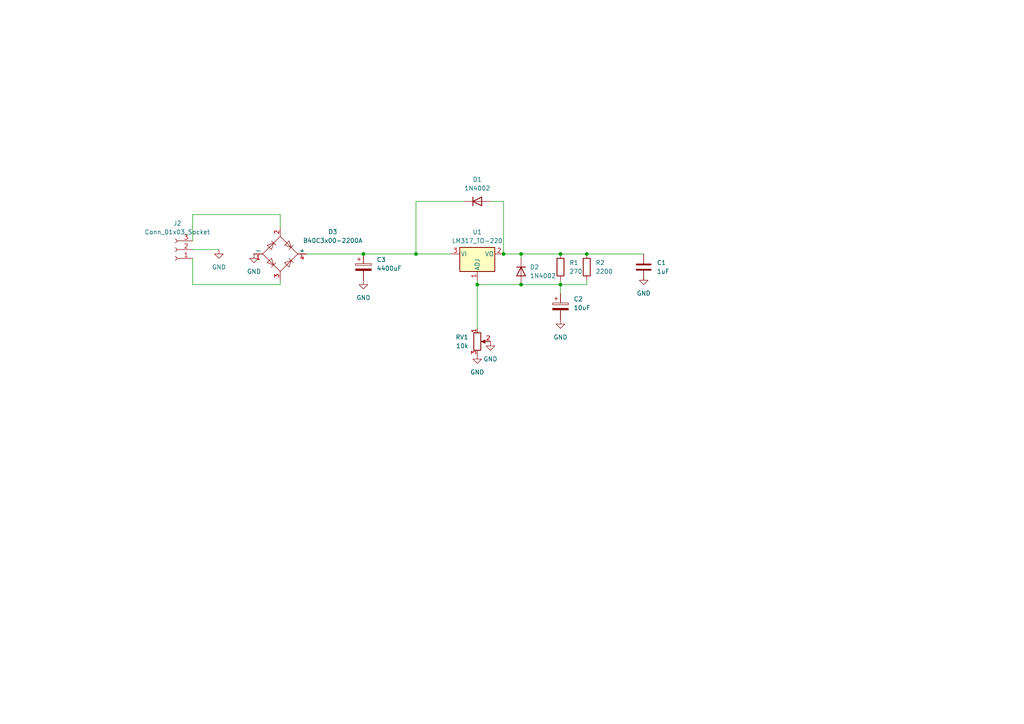
<source format=kicad_sch>
(kicad_sch (version 20231120) (generator "eeschema") (generator_version "8.0")
  (paper "A4")
  (lib_symbols
    (symbol "Connector:Conn_01x03_Socket" (pin_names (offset 1.016) hide)
      (property "Reference" "J" (at 0 5.08 0))
      (property "Value" "Conn_01x03_Socket" (at 0 -5.08 0))
      (symbol "Conn_01x03_Socket_1_1"
        (arc (start 0 -2.032) (mid -0.5058 -2.54) (end 0 -3.048) (stroke (width 0.1524)))
        (polyline (pts (xy -1.27 -2.54) (xy -0.508 -2.54)) (stroke (width 0.1524)))
        (polyline (pts (xy -1.27 0) (xy -0.508 0)) (stroke (width 0.1524)))
        (polyline (pts (xy -1.27 2.54) (xy -0.508 2.54)) (stroke (width 0.1524)))
        (arc (start 0 0.508) (mid -0.5058 0) (end 0 -0.508) (stroke (width 0.1524)))
        (arc (start 0 3.048) (mid -0.5058 2.54) (end 0 2.032) (stroke (width 0.1524)))
        (pin passive line (at -5.08 2.54 0) (length 3.81) (name "Pin_1") (number "1"))
        (pin passive line (at -5.08 0 0) (length 3.81) (name "Pin_2") (number "2"))
        (pin passive line (at -5.08 -2.54 0) (length 3.81) (name "Pin_3") (number "3"))
      )
    )
    (symbol "Device:C" (pin_numbers hide) (pin_names (offset 0.254))
      (property "Reference" "C" (at 0.635 2.54 0))
      (property "Value" "C" (at 0.635 -2.54 0))
      (symbol "C_0_1"
        (polyline (pts (xy -2.032 -0.762) (xy 2.032 -0.762)) (stroke (width 0.508)))
        (polyline (pts (xy -2.032 0.762) (xy 2.032 0.762)) (stroke (width 0.508)))
      )
      (symbol "C_1_1"
        (pin passive line (at 0 3.81 270) (length 2.794) (name "~") (number "1"))
        (pin passive line (at 0 -3.81 90) (length 2.794) (name "~") (number "2"))
      )
    )
    (symbol "Device:C_Polarized" (pin_numbers hide) (pin_names (offset 0.254))
      (property "Reference" "C" (at 0.635 2.54 0))
      (property "Value" "C_Polarized" (at 0.635 -2.54 0))
      (symbol "C_Polarized_0_1"
        (rectangle (start -2.286 0.508) (end 2.286 1.016))
        (polyline (pts (xy -1.778 2.286) (xy -0.762 2.286)))
        (polyline (pts (xy -1.27 2.794) (xy -1.27 1.778)))
        (rectangle (start 2.286 -0.508) (end -2.286 -1.016) (fill (type outline)))
      )
      (symbol "C_Polarized_1_1"
        (pin passive line (at 0 3.81 270) (length 2.794) (name "~") (number "1"))
        (pin passive line (at 0 -3.81 90) (length 2.794) (name "~") (number "2"))
      )
    )
    (symbol "Device:R" (pin_numbers hide) (pin_names (offset 0))
      (property "Reference" "R" (at 2.032 0 90))
      (property "Value" "R" (at 0 0 90))
      (symbol "R_0_1"
        (rectangle (start -1.016 -2.54) (end 1.016 2.54) (stroke (width 0.254)))
      )
      (symbol "R_1_1"
        (pin passive line (at 0 3.81 270) (length 1.27) (name "~") (number "1"))
        (pin passive line (at 0 -3.81 90) (length 1.27) (name "~") (number "2"))
      )
    )
    (symbol "Device:R_Potentiometer" (pin_names (offset 1.016) hide)
      (property "Reference" "RV" (at -4.445 0 90))
      (property "Value" "R_Potentiometer" (at -2.54 0 90))
      (symbol "R_Potentiometer_0_1"
        (polyline (pts (xy 2.54 0) (xy 1.524 0)))
        (polyline (pts (xy 1.143 0) (xy 2.286 0.508) (xy 2.286 -0.508) (xy 1.143 0)) (fill (type outline)))
        (rectangle (start 1.016 2.54) (end -1.016 -2.54) (stroke (width 0.254)))
      )
      (symbol "R_Potentiometer_1_1"
        (pin passive line (at 0 3.81 270) (length 1.27) (name "1") (number "1"))
        (pin passive line (at 3.81 0 180) (length 1.27) (name "2") (number "2"))
        (pin passive line (at 0 -3.81 90) (length 1.27) (name "3") (number "3"))
      )
    )
    (symbol "Diode:1N4002" (pin_numbers hide) (pin_names hide)
      (property "Reference" "D" (at 0 2.54 0))
      (property "Value" "1N4002" (at 0 -2.54 0))
      (symbol "1N4002_0_1"
        (polyline (pts (xy -1.27 1.27) (xy -1.27 -1.27)) (stroke (width 0.254)))
        (polyline (pts (xy 1.27 0) (xy -1.27 0)))
        (polyline (pts (xy 1.27 1.27) (xy 1.27 -1.27) (xy -1.27 0) (xy 1.27 1.27)) (stroke (width 0.254)))
      )
      (symbol "1N4002_1_1"
        (pin passive line (at -3.81 0 0) (length 2.54) (name "K") (number "1"))
        (pin passive line (at 3.81 0 180) (length 2.54) (name "A") (number "2"))
      )
    )
    (symbol "Diode_Bridge:B40C3x00-2200A" (pin_names (offset 0))
      (property "Reference" "D" (at 2.54 6.985 0))
      (property "Value" "B40C3x00-2200A" (at 2.54 5.08 0))
      (symbol "B40C3x00-2200A_0_1"
        (polyline (pts (xy -2.54 3.81) (xy -1.27 2.54)))
        (polyline (pts (xy -1.27 -2.54) (xy -2.54 -3.81)))
        (polyline (pts (xy 2.54 -1.27) (xy 3.81 -2.54)))
        (polyline (pts (xy 2.54 1.27) (xy 3.81 2.54)))
        (polyline (pts (xy -3.81 2.54) (xy -2.54 1.27) (xy -1.905 3.175) (xy -3.81 2.54)))
        (polyline (pts (xy -2.54 -1.27) (xy -3.81 -2.54) (xy -1.905 -3.175) (xy -2.54 -1.27)))
        (polyline (pts (xy 1.27 2.54) (xy 2.54 3.81) (xy 3.175 1.905) (xy 1.27 2.54)))
        (polyline (pts (xy 3.175 -1.905) (xy 1.27 -2.54) (xy 2.54 -3.81) (xy 3.175 -1.905)))
        (polyline (pts (xy -5.08 0) (xy 0 -5.08) (xy 5.08 0) (xy 0 5.08) (xy -5.08 0)))
      )
      (symbol "B40C3x00-2200A_1_1"
        (pin passive line (at -7.62 0 0) (length 2.54) (name "-") (number "1"))
        (pin passive line (at 0 7.62 270) (length 2.54) (name "~") (number "2"))
        (pin passive line (at 0 -7.62 90) (length 2.54) (name "~") (number "3"))
        (pin passive line (at 7.62 0 180) (length 2.54) (name "+") (number "4"))
      )
    )
    (symbol "Regulator_Linear:LM317_TO-220" (pin_names (offset 0.254))
      (property "Reference" "U" (at -3.81 3.175 0))
      (property "Value" "LM317_TO-220" (at 0 3.175 0))
      (symbol "LM317_TO-220_0_1"
        (rectangle (start -5.08 1.905) (end 5.08 -5.08) (stroke (width 0.254)) (fill (type background)))
      )
      (symbol "LM317_TO-220_1_1"
        (pin input line (at 0 -7.62 90) (length 2.54) (name "ADJ") (number "1"))
        (pin power_out line (at 7.62 0 180) (length 2.54) (name "VO") (number "2"))
        (pin power_in line (at -7.62 0 0) (length 2.54) (name "VI") (number "3"))
      )
    )
    (symbol "power:GND" (power) (pin_numbers hide) (pin_names (offset 0) hide)
      (property "Value" "GND" (at 0 -3.81 0))
      (symbol "GND_0_1"
        (polyline (pts (xy 0 0) (xy 0 -1.27) (xy 1.27 -1.27) (xy 0 -2.54) (xy -1.27 -1.27) (xy 0 -1.27)))
      )
      (symbol "GND_1_1"
        (pin power_in line (at 0 0 270) (length 0) (name "~") (number "1"))
      )
    )
  )
  (junction (at 151.13 73.66))
  (junction (at 146.05 73.66))
  (junction (at 105.41 73.66))
  (junction (at 170.18 73.66))
  (junction (at 151.13 82.55))
  (junction (at 138.43 82.55))
  (junction (at 162.56 73.66))
  (junction (at 120.65 73.66))
  (junction (at 162.56 82.55))
  (wire (pts (xy 146.05 73.66) (xy 146.05 58.42)))
  (wire (pts (xy 55.88 62.23) (xy 81.28 62.23)))
  (wire (pts (xy 55.88 69.85) (xy 55.88 62.23)))
  (wire (pts (xy 170.18 81.28) (xy 170.18 82.55)))
  (wire (pts (xy 55.88 74.93) (xy 55.88 82.55)))
  (wire (pts (xy 146.05 73.66) (xy 151.13 73.66)))
  (wire (pts (xy 186.69 81.28) (xy 186.69 80.01)))
  (wire (pts (xy 120.65 58.42) (xy 120.65 73.66)))
  (wire (pts (xy 162.56 81.28) (xy 162.56 82.55)))
  (wire (pts (xy 162.56 73.66) (xy 170.18 73.66)))
  (wire (pts (xy 151.13 73.66) (xy 162.56 73.66)))
  (wire (pts (xy 81.28 62.23) (xy 81.28 66.04)))
  (wire (pts (xy 162.56 82.55) (xy 151.13 82.55)))
  (wire (pts (xy 120.65 73.66) (xy 130.81 73.66)))
  (wire (pts (xy 63.5 72.39) (xy 55.88 72.39)))
  (wire (pts (xy 162.56 82.55) (xy 170.18 82.55)))
  (wire (pts (xy 138.43 82.55) (xy 138.43 95.25)))
  (wire (pts (xy 105.41 73.66) (xy 120.65 73.66)))
  (wire (pts (xy 81.28 82.55) (xy 81.28 81.28)))
  (wire (pts (xy 170.18 73.66) (xy 186.69 73.66)))
  (wire (pts (xy 55.88 82.55) (xy 81.28 82.55)))
  (wire (pts (xy 151.13 74.93) (xy 151.13 73.66)))
  (wire (pts (xy 134.62 58.42) (xy 120.65 58.42)))
  (wire (pts (xy 162.56 82.55) (xy 162.56 85.09)))
  (wire (pts (xy 138.43 82.55) (xy 138.43 81.28)))
  (wire (pts (xy 88.9 73.66) (xy 105.41 73.66)))
  (wire (pts (xy 146.05 58.42) (xy 142.24 58.42)))
  (wire (pts (xy 151.13 82.55) (xy 138.43 82.55)))
  (symbol (lib_id "Diode_Bridge:B40C3x00-2200A") (at 81.28 73.66 0) (unit 1)
    (property "Reference" "D3" (at 96.52 67.2398 0))
    (property "Value" "B40C3x00-2200A" (at 96.52 69.7798 0))
    (property "Footprint" "Diode_THT:Diode_Bridge_Round_D9.0mm" (effects (hide yes)))
    (property "Datasheet" "https://diotec.com/tl_files/diotec/files/pdf/datasheets/b40c3700" (effects (hide yes)))
    (property "Description" "Silicon Bridge Rectifier, 40V Vrms, 2.2A If, pins=-AA+, SIL-package" (effects (hide yes)))
  )
  (symbol (lib_id "power:GND") (at 105.41 81.28 0) (unit 1)
    (property "Reference" "#PWR04" (effects (hide yes)))
    (property "Value" "GND" (at 105.41 86.36 0))
    (property "Description" "Power symbol creates a global label with name \"GND\" , ground" (effects (hide yes)))
  )
  (symbol (lib_id "power:GND") (at 142.24 99.06 0) (unit 1)
    (property "Reference" "#PWR07" (effects (hide yes)))
    (property "Value" "GND" (at 142.24 104.14 0))
    (property "Description" "Power symbol creates a global label with name \"GND\" , ground" (effects (hide yes)))
  )
  (symbol (lib_id "Connector:Conn_01x03_Socket") (at 50.8 72.39 180) (unit 1)
    (property "Reference" "J2" (at 51.435 64.77 0))
    (property "Value" "Conn_01x03_Socket" (at 51.435 67.31 0))
    (property "Description" "Generic connector, single row, 01x03, script generated" (effects (hide yes)))
  )
  (symbol (lib_id "Regulator_Linear:LM317_TO-220") (at 138.43 73.66 0) (unit 1)
    (property "Reference" "U1" (at 138.43 67.31 0))
    (property "Value" "LM317_TO-220" (at 138.43 69.85 0))
    (property "Footprint" "Package_TO_SOT_THT:TO-220-3_Vertical" (effects (hide yes)))
    (property "Datasheet" "http://www.ti.com/lit/ds/symlink/lm317.pdf" (effects (hide yes)))
    (property "Description" "1.5A 35V Adjustable Linear Regulator, TO-220" (effects (hide yes)))
  )
  (symbol (lib_id "power:GND") (at 186.69 80.01 0) (unit 1)
    (property "Reference" "#PWR01" (effects (hide yes)))
    (property "Value" "GND" (at 186.69 85.09 0))
    (property "Description" "Power symbol creates a global label with name \"GND\" , ground" (effects (hide yes)))
  )
  (symbol (lib_id "power:GND") (at 63.5 72.39 0) (unit 1)
    (property "Reference" "#PWR06" (effects (hide yes)))
    (property "Value" "GND" (at 63.5 77.47 0))
    (property "Description" "Power symbol creates a global label with name \"GND\" , ground" (effects (hide yes)))
  )
  (symbol (lib_id "Device:C_Polarized") (at 162.56 88.9 0) (unit 1)
    (property "Reference" "C2" (at 166.37 86.7409 0) (effects (justify left)))
    (property "Value" "10uF" (at 166.37 89.2809 0) (effects (justify left)))
    (property "Description" "Polarized capacitor" (effects (hide yes)))
  )
  (symbol (lib_id "Diode:1N4002") (at 151.13 78.74 270) (unit 1)
    (property "Reference" "D2" (at 153.67 77.4699 90) (effects (justify left)))
    (property "Value" "1N4002" (at 153.67 80.0099 90) (effects (justify left)))
    (property "Footprint" "Diode_THT:D_DO-41_SOD81_P10.16mm_Horizontal" (effects (hide yes)))
    (property "Datasheet" "http://www.vishay.com/docs/88503/1n4001.pdf" (effects (hide yes)))
    (property "Description" "100V 1A General Purpose Rectifier Diode, DO-41" (effects (hide yes)))
    (property "Sim.Device" "D" (effects (hide yes)))
    (property "Sim.Pins" "1=K 2=A" (effects (hide yes)))
  )
  (symbol (lib_id "Device:R") (at 170.18 77.47 0) (unit 1)
    (property "Reference" "R2" (at 172.72 76.1999 0) (effects (justify left)))
    (property "Value" "2200" (at 172.72 78.7399 0) (effects (justify left)))
    (property "Description" "Resistor" (effects (hide yes)))
  )
  (symbol (lib_id "power:GND") (at 138.43 102.87 0) (unit 1)
    (property "Reference" "#PWR03" (effects (hide yes)))
    (property "Value" "GND" (at 138.43 107.95 0))
    (property "Description" "Power symbol creates a global label with name \"GND\" , ground" (effects (hide yes)))
  )
  (symbol (lib_id "Device:C_Polarized") (at 105.41 77.47 0) (unit 1)
    (property "Reference" "C3" (at 109.22 75.3109 0) (effects (justify left)))
    (property "Value" "4400uF" (at 109.22 77.8509 0) (effects (justify left)))
    (property "Description" "Polarized capacitor" (effects (hide yes)))
  )
  (symbol (lib_id "power:GND") (at 162.56 92.71 0) (unit 1)
    (property "Reference" "#PWR02" (effects (hide yes)))
    (property "Value" "GND" (at 162.56 97.79 0))
    (property "Description" "Power symbol creates a global label with name \"GND\" , ground" (effects (hide yes)))
  )
  (symbol (lib_id "Diode:1N4002") (at 138.43 58.42 0) (unit 1)
    (property "Reference" "D1" (at 138.43 52.07 0))
    (property "Value" "1N4002" (at 138.43 54.61 0))
    (property "Footprint" "Diode_THT:D_DO-41_SOD81_P10.16mm_Horizontal" (effects (hide yes)))
    (property "Datasheet" "http://www.vishay.com/docs/88503/1n4001.pdf" (effects (hide yes)))
    (property "Description" "100V 1A General Purpose Rectifier Diode, DO-41" (effects (hide yes)))
    (property "Sim.Device" "D" (effects (hide yes)))
    (property "Sim.Pins" "1=K 2=A" (effects (hide yes)))
  )
  (symbol (lib_id "Device:C") (at 186.69 77.47 0) (unit 1)
    (property "Reference" "C1" (at 190.5 76.1999 0) (effects (justify left)))
    (property "Value" "1uF" (at 190.5 78.7399 0) (effects (justify left)))
    (property "Description" "Unpolarized capacitor" (effects (hide yes)))
  )
  (symbol (lib_id "Device:R_Potentiometer") (at 138.43 99.06 0) (unit 1)
    (property "Reference" "RV1" (at 135.89 97.7899 0) (effects (justify right)))
    (property "Value" "10k" (at 135.89 100.3299 0) (effects (justify right)))
    (property "Description" "Potentiometer" (effects (hide yes)))
  )
  (symbol (lib_id "power:GND") (at 73.66 73.66 0) (unit 1)
    (property "Reference" "#PWR05" (effects (hide yes)))
    (property "Value" "GND" (at 73.66 78.74 0))
    (property "Description" "Power symbol creates a global label with name \"GND\" , ground" (effects (hide yes)))
  )
  (symbol (lib_id "Device:R") (at 162.56 77.47 180) (unit 1)
    (property "Reference" "R1" (at 165.1 76.1999 0) (effects (justify right)))
    (property "Value" "270" (at 165.1 78.7399 0) (effects (justify right)))
    (property "Description" "Resistor" (effects (hide yes)))
  )
)
</source>
